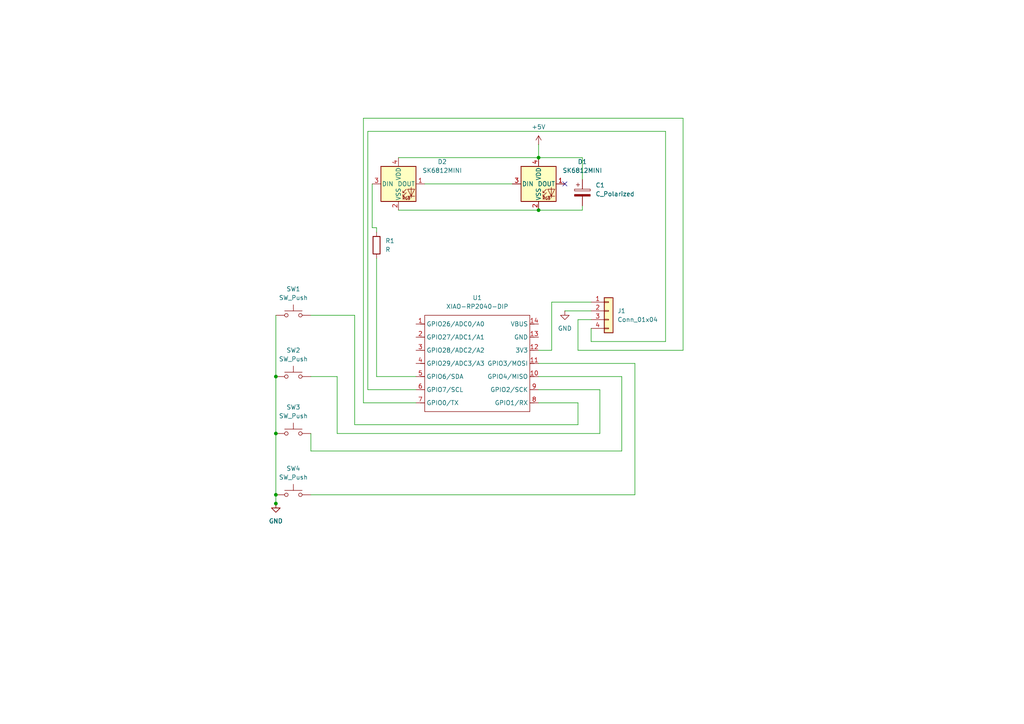
<source format=kicad_sch>
(kicad_sch (version 20250114) (generator "eeschema") (generator_version "9.0")
  (paper "A4")
  (lib_symbols
    (symbol "Connector_Generic:Conn_01x04" (pin_names (offset 1.016) (hide yes))
      (property "Reference" "J" (at 0 5.08 0))
      (property "Value" "Conn_01x04" (at 0 -7.62 0))
      (symbol "Conn_01x04_1_1"
        (rectangle (start -1.27 3.81) (end 1.27 -6.35) (stroke (width 0.254)) (fill (type background)))
        (rectangle (start -1.27 2.667) (end 0 2.413) (stroke (width 0.1524)))
        (rectangle (start -1.27 0.127) (end 0 -0.127) (stroke (width 0.1524)))
        (rectangle (start -1.27 -2.413) (end 0 -2.667) (stroke (width 0.1524)))
        (rectangle (start -1.27 -4.953) (end 0 -5.207) (stroke (width 0.1524)))
        (pin passive line (at -5.08 2.54 0) (length 3.81) (name "Pin_1") (number "1"))
        (pin passive line (at -5.08 0 0) (length 3.81) (name "Pin_2") (number "2"))
        (pin passive line (at -5.08 -2.54 0) (length 3.81) (name "Pin_3") (number "3"))
        (pin passive line (at -5.08 -5.08 0) (length 3.81) (name "Pin_4") (number "4"))
      )
    )
    (symbol "Device:C_Polarized" (pin_numbers (hide yes)) (pin_names (offset 0.254))
      (property "Reference" "C" (at 0.635 2.54 0))
      (property "Value" "C_Polarized" (at 0.635 -2.54 0))
      (symbol "C_Polarized_0_1"
        (rectangle (start -2.286 0.508) (end 2.286 1.016))
        (polyline (pts (xy -1.778 2.286) (xy -0.762 2.286)))
        (polyline (pts (xy -1.27 2.794) (xy -1.27 1.778)))
        (rectangle (start 2.286 -0.508) (end -2.286 -1.016) (fill (type outline)))
      )
      (symbol "C_Polarized_1_1"
        (pin passive line (at 0 3.81 270) (length 2.794) (name "~") (number "1"))
        (pin passive line (at 0 -3.81 90) (length 2.794) (name "~") (number "2"))
      )
    )
    (symbol "Device:R" (pin_numbers (hide yes)) (pin_names (offset 0))
      (property "Reference" "R" (at 2.032 0 90))
      (property "Value" "R" (at 0 0 90))
      (symbol "R_0_1"
        (rectangle (start -1.016 -2.54) (end 1.016 2.54) (stroke (width 0.254)))
      )
      (symbol "R_1_1"
        (pin passive line (at 0 3.81 270) (length 1.27) (name "~") (number "1"))
        (pin passive line (at 0 -3.81 90) (length 1.27) (name "~") (number "2"))
      )
    )
    (symbol "LED:SK6812MINI" (pin_names (offset 0.254))
      (property "Reference" "D" (at 5.08 5.715 0))
      (property "Value" "SK6812MINI" (at 1.27 -5.715 0))
      (symbol "SK6812MINI_0_0"
        (text "RGB" (at 2.286 -4.191 0) (effects (font (size 0.762 0.762))))
      )
      (symbol "SK6812MINI_0_1"
        (polyline (pts (xy 1.27 -2.54) (xy 1.778 -2.54)))
        (polyline (pts (xy 1.27 -3.556) (xy 1.778 -3.556)))
        (polyline (pts (xy 2.286 -1.524) (xy 1.27 -2.54) (xy 1.27 -2.032)))
        (polyline (pts (xy 2.286 -2.54) (xy 1.27 -3.556) (xy 1.27 -3.048)))
        (polyline (pts (xy 3.683 -1.016) (xy 3.683 -3.556) (xy 3.683 -4.064)))
        (polyline (pts (xy 4.699 -1.524) (xy 2.667 -1.524) (xy 3.683 -3.556) (xy 4.699 -1.524)))
        (polyline (pts (xy 4.699 -3.556) (xy 2.667 -3.556)))
        (rectangle (start 5.08 5.08) (end -5.08 -5.08) (stroke (width 0.254)) (fill (type background)))
      )
      (symbol "SK6812MINI_1_1"
        (pin input line (at -7.62 0 0) (length 2.54) (name "DIN") (number "3"))
        (pin power_in line (at 0 7.62 270) (length 2.54) (name "VDD") (number "4"))
        (pin power_in line (at 0 -7.62 90) (length 2.54) (name "VSS") (number "2"))
        (pin output line (at 7.62 0 180) (length 2.54) (name "DOUT") (number "1"))
      )
    )
    (symbol "OPL Library:XIAO-RP2040-DIP"
      (property "Reference" "U" (at 0 0 0))
      (property "Value" "XIAO-RP2040-DIP" (at 5.334 -1.778 0))
      (symbol "XIAO-RP2040-DIP_1_0"
        (polyline (pts (xy -1.27 -2.54) (xy 29.21 -2.54)) (stroke (width 0.1524)))
        (polyline (pts (xy -1.27 -5.08) (xy -2.54 -5.08)) (stroke (width 0.1524)))
        (polyline (pts (xy -1.27 -5.08) (xy -1.27 -2.54)) (stroke (width 0.1524)))
        (polyline (pts (xy -1.27 -8.89) (xy -2.54 -8.89)) (stroke (width 0.1524)))
        (polyline (pts (xy -1.27 -8.89) (xy -1.27 -5.08)) (stroke (width 0.1524)))
        (polyline (pts (xy -1.27 -12.7) (xy -2.54 -12.7)) (stroke (width 0.1524)))
        (polyline (pts (xy -1.27 -12.7) (xy -1.27 -8.89)) (stroke (width 0.1524)))
        (polyline (pts (xy -1.27 -16.51) (xy -2.54 -16.51)) (stroke (width 0.1524)))
        (polyline (pts (xy -1.27 -16.51) (xy -1.27 -12.7)) (stroke (width 0.1524)))
        (polyline (pts (xy -1.27 -20.32) (xy -2.54 -20.32)) (stroke (width 0.1524)))
        (polyline (pts (xy -1.27 -24.13) (xy -2.54 -24.13)) (stroke (width 0.1524)))
        (polyline (pts (xy -1.27 -27.94) (xy -2.54 -27.94)) (stroke (width 0.1524)))
        (polyline (pts (xy -1.27 -30.48) (xy -1.27 -16.51)) (stroke (width 0.1524)))
        (polyline (pts (xy 29.21 -2.54) (xy 29.21 -5.08)) (stroke (width 0.1524)))
        (polyline (pts (xy 29.21 -5.08) (xy 29.21 -8.89)) (stroke (width 0.1524)))
        (polyline (pts (xy 29.21 -8.89) (xy 29.21 -12.7)) (stroke (width 0.1524)))
        (polyline (pts (xy 29.21 -12.7) (xy 29.21 -30.48)) (stroke (width 0.1524)))
        (polyline (pts (xy 29.21 -30.48) (xy -1.27 -30.48)) (stroke (width 0.1524)))
        (polyline (pts (xy 30.48 -5.08) (xy 29.21 -5.08)) (stroke (width 0.1524)))
        (polyline (pts (xy 30.48 -8.89) (xy 29.21 -8.89)) (stroke (width 0.1524)))
        (polyline (pts (xy 30.48 -12.7) (xy 29.21 -12.7)) (stroke (width 0.1524)))
        (polyline (pts (xy 30.48 -16.51) (xy 29.21 -16.51)) (stroke (width 0.1524)))
        (polyline (pts (xy 30.48 -20.32) (xy 29.21 -20.32)) (stroke (width 0.1524)))
        (polyline (pts (xy 30.48 -24.13) (xy 29.21 -24.13)) (stroke (width 0.1524)))
        (polyline (pts (xy 30.48 -27.94) (xy 29.21 -27.94)) (stroke (width 0.1524)))
        (pin passive line (at -3.81 -5.08 0) (length 2.54) (name "GPIO26/ADC0/A0") (number "1"))
        (pin passive line (at -3.81 -8.89 0) (length 2.54) (name "GPIO27/ADC1/A1") (number "2"))
        (pin passive line (at -3.81 -12.7 0) (length 2.54) (name "GPIO28/ADC2/A2") (number "3"))
        (pin passive line (at -3.81 -16.51 0) (length 2.54) (name "GPIO29/ADC3/A3") (number "4"))
        (pin passive line (at -3.81 -20.32 0) (length 2.54) (name "GPIO6/SDA") (number "5"))
        (pin passive line (at -3.81 -24.13 0) (length 2.54) (name "GPIO7/SCL") (number "6"))
        (pin passive line (at -3.81 -27.94 0) (length 2.54) (name "GPIO0/TX") (number "7"))
        (pin passive line (at 31.75 -5.08 180) (length 2.54) (name "VBUS") (number "14"))
        (pin passive line (at 31.75 -8.89 180) (length 2.54) (name "GND") (number "13"))
        (pin passive line (at 31.75 -12.7 180) (length 2.54) (name "3V3") (number "12"))
        (pin passive line (at 31.75 -16.51 180) (length 2.54) (name "GPIO3/MOSI") (number "11"))
        (pin passive line (at 31.75 -20.32 180) (length 2.54) (name "GPIO4/MISO") (number "10"))
        (pin passive line (at 31.75 -24.13 180) (length 2.54) (name "GPIO2/SCK") (number "9"))
        (pin passive line (at 31.75 -27.94 180) (length 2.54) (name "GPIO1/RX") (number "8"))
      )
    )
    (symbol "Switch:SW_Push" (pin_numbers (hide yes)) (pin_names (offset 1.016) (hide yes))
      (property "Reference" "SW" (at 1.27 2.54 0))
      (property "Value" "SW_Push" (at 0 -1.524 0))
      (symbol "SW_Push_0_1"
        (circle (center -2.032 0) (radius 0.508))
        (polyline (pts (xy 0 1.27) (xy 0 3.048)))
        (circle (center 2.032 0) (radius 0.508))
        (polyline (pts (xy 2.54 1.27) (xy -2.54 1.27)))
        (pin passive line (at -5.08 0 0) (length 2.54) (name "1") (number "1"))
        (pin passive line (at 5.08 0 180) (length 2.54) (name "2") (number "2"))
      )
    )
    (symbol "power:+5V" (power) (pin_numbers (hide yes)) (pin_names (offset 0) (hide yes))
      (property "Value" "+5V" (at 0 3.556 0))
      (symbol "+5V_0_1"
        (polyline (pts (xy -0.762 1.27) (xy 0 2.54)))
        (polyline (pts (xy 0 2.54) (xy 0.762 1.27)))
        (polyline (pts (xy 0 0) (xy 0 2.54)))
      )
      (symbol "+5V_1_1"
        (pin power_in line (at 0 0 90) (length 0) (name "~") (number "1"))
      )
    )
    (symbol "power:GND" (power) (pin_numbers (hide yes)) (pin_names (offset 0) (hide yes))
      (property "Value" "GND" (at 0 -3.81 0))
      (symbol "GND_0_1"
        (polyline (pts (xy 0 0) (xy 0 -1.27) (xy 1.27 -1.27) (xy 0 -2.54) (xy -1.27 -1.27) (xy 0 -1.27)))
      )
      (symbol "GND_1_1"
        (pin power_in line (at 0 0 270) (length 0) (name "~") (number "1"))
      )
    )
  )
  (junction (at 80.01 125.73))
  (junction (at 80.01 143.51))
  (junction (at 156.21 45.72))
  (junction (at 80.01 109.22))
  (junction (at 156.21 60.96))
  (junction (at 80.01 146.05))
  (no_connect (at 163.83 53.34))
  (wire (pts (xy 105.41 116.84) (xy 105.41 34.29)))
  (wire (pts (xy 120.65 116.84) (xy 105.41 116.84)))
  (wire (pts (xy 156.21 105.41) (xy 184.15 105.41)))
  (wire (pts (xy 123.19 53.34) (xy 148.59 53.34)))
  (wire (pts (xy 156.21 116.84) (xy 167.64 116.84)))
  (wire (pts (xy 107.95 66.04) (xy 107.95 53.34)))
  (wire (pts (xy 80.01 91.44) (xy 80.01 109.22)))
  (wire (pts (xy 171.45 99.06) (xy 171.45 95.25)))
  (wire (pts (xy 80.01 109.22) (xy 80.01 125.73)))
  (wire (pts (xy 180.34 109.22) (xy 180.34 130.81)))
  (wire (pts (xy 198.12 101.6) (xy 167.64 101.6)))
  (wire (pts (xy 106.68 113.03) (xy 106.68 38.1)))
  (wire (pts (xy 90.17 130.81) (xy 90.17 125.73)))
  (wire (pts (xy 184.15 105.41) (xy 184.15 143.51)))
  (wire (pts (xy 171.45 87.63) (xy 160.02 87.63)))
  (wire (pts (xy 198.12 34.29) (xy 198.12 101.6)))
  (wire (pts (xy 173.99 125.73) (xy 97.79 125.73)))
  (wire (pts (xy 97.79 109.22) (xy 90.17 109.22)))
  (wire (pts (xy 168.91 60.96) (xy 156.21 60.96)))
  (wire (pts (xy 167.64 101.6) (xy 167.64 92.71)))
  (wire (pts (xy 97.79 125.73) (xy 97.79 109.22)))
  (wire (pts (xy 156.21 45.72) (xy 168.91 45.72)))
  (wire (pts (xy 120.65 113.03) (xy 106.68 113.03)))
  (wire (pts (xy 156.21 109.22) (xy 180.34 109.22)))
  (wire (pts (xy 156.21 113.03) (xy 173.99 113.03)))
  (wire (pts (xy 167.64 116.84) (xy 167.64 123.19)))
  (wire (pts (xy 167.64 123.19) (xy 102.87 123.19)))
  (wire (pts (xy 109.22 109.22) (xy 120.65 109.22)))
  (wire (pts (xy 115.57 45.72) (xy 156.21 45.72)))
  (wire (pts (xy 80.01 143.51) (xy 80.01 146.05)))
  (wire (pts (xy 115.57 60.96) (xy 156.21 60.96)))
  (wire (pts (xy 167.64 92.71) (xy 171.45 92.71)))
  (wire (pts (xy 109.22 66.04) (xy 107.95 66.04)))
  (wire (pts (xy 160.02 87.63) (xy 160.02 101.6)))
  (wire (pts (xy 156.21 41.91) (xy 156.21 45.72)))
  (wire (pts (xy 105.41 34.29) (xy 198.12 34.29)))
  (wire (pts (xy 90.17 143.51) (xy 184.15 143.51)))
  (wire (pts (xy 168.91 45.72) (xy 168.91 52.07)))
  (wire (pts (xy 193.04 38.1) (xy 193.04 99.06)))
  (wire (pts (xy 109.22 74.93) (xy 109.22 109.22)))
  (wire (pts (xy 180.34 130.81) (xy 90.17 130.81)))
  (wire (pts (xy 80.01 125.73) (xy 80.01 143.51)))
  (wire (pts (xy 173.99 113.03) (xy 173.99 125.73)))
  (wire (pts (xy 102.87 123.19) (xy 102.87 91.44)))
  (wire (pts (xy 102.87 91.44) (xy 90.17 91.44)))
  (wire (pts (xy 160.02 101.6) (xy 156.21 101.6)))
  (wire (pts (xy 109.22 66.04) (xy 109.22 67.31)))
  (wire (pts (xy 193.04 99.06) (xy 171.45 99.06)))
  (wire (pts (xy 106.68 38.1) (xy 193.04 38.1)))
  (wire (pts (xy 163.83 90.17) (xy 171.45 90.17)))
  (wire (pts (xy 168.91 59.69) (xy 168.91 60.96)))
  (symbol (lib_id "Switch:SW_Push") (at 85.09 125.73 0) (unit 1)
    (property "Reference" "SW3" (at 85.09 118.11 0))
    (property "Value" "SW_Push" (at 85.09 120.65 0))
    (property "Footprint" "Button_Switch_Keyboard:SW_Cherry_MX_1.00u_PCB" (effects (hide yes)))
    (property "Description" "Push button switch, generic, two pins" (effects (hide yes)))
  )
  (symbol (lib_id "Switch:SW_Push") (at 85.09 143.51 0) (unit 1)
    (property "Reference" "SW4" (at 85.09 135.89 0))
    (property "Value" "SW_Push" (at 85.09 138.43 0))
    (property "Footprint" "Button_Switch_Keyboard:SW_Cherry_MX_1.00u_PCB" (effects (hide yes)))
    (property "Description" "Push button switch, generic, two pins" (effects (hide yes)))
  )
  (symbol (lib_id "power:GND") (at 80.01 146.05 0) (unit 1)
    (property "Reference" "#PWR01" (effects (hide yes)))
    (property "Value" "GND" (at 80.01 151.13 0))
    (property "Description" "Power symbol creates a global label with name \"GND\" , ground" (effects (hide yes)))
  )
  (symbol (lib_id "power:GND") (at 80.01 146.05 0) (unit 1)
    (property "Reference" "#PWR02" (effects (hide yes)))
    (property "Value" "GND" (at 80.01 151.13 0))
    (property "Description" "Power symbol creates a global label with name \"GND\" , ground" (effects (hide yes)))
  )
  (symbol (lib_id "Device:C_Polarized") (at 168.91 55.88 0) (unit 1)
    (property "Reference" "C1" (at 172.72 53.7209 0) (effects (justify left)))
    (property "Value" "C_Polarized" (at 172.72 56.2609 0) (effects (justify left)))
    (property "Footprint" "Capacitor_SMD:CP_Elec_4x5.4" (effects (hide yes)))
    (property "Description" "Polarized capacitor" (effects (hide yes)))
  )
  (symbol (lib_id "Switch:SW_Push") (at 85.09 109.22 0) (unit 1)
    (property "Reference" "SW2" (at 85.09 101.6 0))
    (property "Value" "SW_Push" (at 85.09 104.14 0))
    (property "Footprint" "Button_Switch_Keyboard:SW_Cherry_MX_1.00u_PCB" (effects (hide yes)))
    (property "Description" "Push button switch, generic, two pins" (effects (hide yes)))
  )
  (symbol (lib_id "power:+5V") (at 156.21 41.91 0) (unit 1)
    (property "Reference" "#PWR03" (effects (hide yes)))
    (property "Value" "+5V" (at 156.21 36.83 0))
    (property "Description" "Power symbol creates a global label with name \"+5V\"" (effects (hide yes)))
  )
  (symbol (lib_id "power:GND") (at 163.83 90.17 0) (unit 1)
    (property "Reference" "#PWR04" (effects (hide yes)))
    (property "Value" "GND" (at 163.83 95.25 0))
    (property "Description" "Power symbol creates a global label with name \"GND\" , ground" (effects (hide yes)))
  )
  (symbol (lib_id "LED:SK6812MINI") (at 115.57 53.34 0) (unit 1)
    (property "Reference" "D2" (at 128.27 46.9198 0))
    (property "Value" "SK6812MINI" (at 128.27 49.4598 0))
    (property "Footprint" "LED_SMD:LED_SK6812MINI_PLCC4_3.5x3.5mm_P1.75mm" (effects (hide yes)))
    (property "Datasheet" "https://cdn-shop.adafruit.com/product-files/2686/SK6812MINI_REV.01-1-2.pdf" (effects (hide yes)))
    (property "Description" "RGB LED with integrated controller" (effects (hide yes)))
  )
  (symbol (lib_id "Device:R") (at 109.22 71.12 0) (unit 1)
    (property "Reference" "R1" (at 111.76 69.8499 0) (effects (justify left)))
    (property "Value" "R" (at 111.76 72.3899 0) (effects (justify left)))
    (property "Footprint" "Resistor_SMD:R_0805_2012Metric_Pad1.20x1.40mm_HandSolder" (effects (hide yes)))
    (property "Description" "Resistor" (effects (hide yes)))
  )
  (symbol (lib_id "OPL Library:XIAO-RP2040-DIP") (at 124.46 88.9 0) (unit 1)
    (property "Reference" "U1" (at 138.43 86.36 0))
    (property "Value" "XIAO-RP2040-DIP" (at 138.43 88.9 0))
    (property "Footprint" "OPL Lib:XIAO-RP2040-DIP" (effects (hide yes)))
  )
  (symbol (lib_id "Connector_Generic:Conn_01x04") (at 176.53 90.17 0) (unit 1)
    (property "Reference" "J1" (at 179.07 90.1699 0) (effects (justify left)))
    (property "Value" "Conn_01x04" (at 179.07 92.7099 0) (effects (justify left)))
    (property "Footprint" "Connector_PinHeader_2.54mm:PinHeader_1x04_P2.54mm_Vertical" (effects (hide yes)))
    (property "Description" "Generic connector, single row, 01x04, script generated (kicad-library-utils/schlib/autogen/connector/)" (effects (hide yes)))
  )
  (symbol (lib_id "Switch:SW_Push") (at 85.09 91.44 0) (unit 1)
    (property "Reference" "SW1" (at 85.09 83.82 0))
    (property "Value" "SW_Push" (at 85.09 86.36 0))
    (property "Footprint" "Button_Switch_Keyboard:SW_Cherry_MX_1.00u_PCB" (effects (hide yes)))
    (property "Description" "Push button switch, generic, two pins" (effects (hide yes)))
  )
  (symbol (lib_id "LED:SK6812MINI") (at 156.21 53.34 0) (unit 1)
    (property "Reference" "D1" (at 168.91 46.9198 0))
    (property "Value" "SK6812MINI" (at 168.91 49.4598 0))
    (property "Footprint" "LED_SMD:LED_SK6812MINI_PLCC4_3.5x3.5mm_P1.75mm" (effects (hide yes)))
    (property "Datasheet" "https://cdn-shop.adafruit.com/product-files/2686/SK6812MINI_REV.01-1-2.pdf" (effects (hide yes)))
    (property "Description" "RGB LED with integrated controller" (effects (hide yes)))
  )
)
</source>
